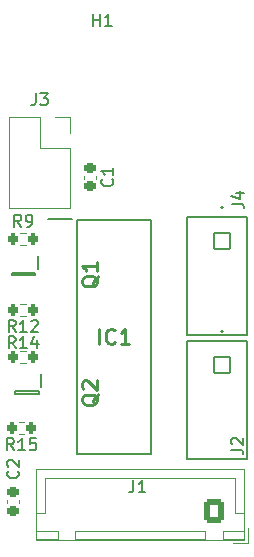
<source format=gto>
%TF.GenerationSoftware,KiCad,Pcbnew,8.0.1*%
%TF.CreationDate,2024-08-07T00:37:21+09:00*%
%TF.ProjectId,insulation_board,696e7375-6c61-4746-996f-6e5f626f6172,rev?*%
%TF.SameCoordinates,Original*%
%TF.FileFunction,Legend,Top*%
%TF.FilePolarity,Positive*%
%FSLAX46Y46*%
G04 Gerber Fmt 4.6, Leading zero omitted, Abs format (unit mm)*
G04 Created by KiCad (PCBNEW 8.0.1) date 2024-08-07 00:37:21*
%MOMM*%
%LPD*%
G01*
G04 APERTURE LIST*
G04 Aperture macros list*
%AMRoundRect*
0 Rectangle with rounded corners*
0 $1 Rounding radius*
0 $2 $3 $4 $5 $6 $7 $8 $9 X,Y pos of 4 corners*
0 Add a 4 corners polygon primitive as box body*
4,1,4,$2,$3,$4,$5,$6,$7,$8,$9,$2,$3,0*
0 Add four circle primitives for the rounded corners*
1,1,$1+$1,$2,$3*
1,1,$1+$1,$4,$5*
1,1,$1+$1,$6,$7*
1,1,$1+$1,$8,$9*
0 Add four rect primitives between the rounded corners*
20,1,$1+$1,$2,$3,$4,$5,0*
20,1,$1+$1,$4,$5,$6,$7,0*
20,1,$1+$1,$6,$7,$8,$9,0*
20,1,$1+$1,$8,$9,$2,$3,0*%
G04 Aperture macros list end*
%ADD10C,0.254000*%
%ADD11C,0.150000*%
%ADD12C,0.200000*%
%ADD13C,0.127000*%
%ADD14C,0.120000*%
%ADD15R,0.450000X1.100000*%
%ADD16C,4.300000*%
%ADD17RoundRect,0.102000X-0.654000X0.654000X-0.654000X-0.654000X0.654000X-0.654000X0.654000X0.654000X0*%
%ADD18C,1.512000*%
%ADD19RoundRect,0.200000X0.200000X0.275000X-0.200000X0.275000X-0.200000X-0.275000X0.200000X-0.275000X0*%
%ADD20RoundRect,0.225000X0.250000X-0.225000X0.250000X0.225000X-0.250000X0.225000X-0.250000X-0.225000X0*%
%ADD21R,2.100000X1.450000*%
%ADD22RoundRect,0.250000X0.600000X0.725000X-0.600000X0.725000X-0.600000X-0.725000X0.600000X-0.725000X0*%
%ADD23O,1.700000X1.950000*%
%ADD24RoundRect,0.225000X-0.250000X0.225000X-0.250000X-0.225000X0.250000X-0.225000X0.250000X0.225000X0*%
%ADD25O,1.700000X1.700000*%
%ADD26R,1.700000X1.700000*%
G04 APERTURE END LIST*
D10*
X171195270Y-67620952D02*
X171134794Y-67741904D01*
X171134794Y-67741904D02*
X171013842Y-67862857D01*
X171013842Y-67862857D02*
X170832413Y-68044285D01*
X170832413Y-68044285D02*
X170771937Y-68165238D01*
X170771937Y-68165238D02*
X170771937Y-68286190D01*
X171074318Y-68225714D02*
X171013842Y-68346666D01*
X171013842Y-68346666D02*
X170892889Y-68467619D01*
X170892889Y-68467619D02*
X170650984Y-68528095D01*
X170650984Y-68528095D02*
X170227651Y-68528095D01*
X170227651Y-68528095D02*
X169985746Y-68467619D01*
X169985746Y-68467619D02*
X169864794Y-68346666D01*
X169864794Y-68346666D02*
X169804318Y-68225714D01*
X169804318Y-68225714D02*
X169804318Y-67983809D01*
X169804318Y-67983809D02*
X169864794Y-67862857D01*
X169864794Y-67862857D02*
X169985746Y-67741904D01*
X169985746Y-67741904D02*
X170227651Y-67681428D01*
X170227651Y-67681428D02*
X170650984Y-67681428D01*
X170650984Y-67681428D02*
X170892889Y-67741904D01*
X170892889Y-67741904D02*
X171013842Y-67862857D01*
X171013842Y-67862857D02*
X171074318Y-67983809D01*
X171074318Y-67983809D02*
X171074318Y-68225714D01*
X169925270Y-67197619D02*
X169864794Y-67137143D01*
X169864794Y-67137143D02*
X169804318Y-67016190D01*
X169804318Y-67016190D02*
X169804318Y-66713809D01*
X169804318Y-66713809D02*
X169864794Y-66592857D01*
X169864794Y-66592857D02*
X169925270Y-66532381D01*
X169925270Y-66532381D02*
X170046222Y-66471904D01*
X170046222Y-66471904D02*
X170167175Y-66471904D01*
X170167175Y-66471904D02*
X170348603Y-66532381D01*
X170348603Y-66532381D02*
X171074318Y-67258095D01*
X171074318Y-67258095D02*
X171074318Y-66471904D01*
D11*
X170738095Y-36454819D02*
X170738095Y-35454819D01*
X170738095Y-35931009D02*
X171309523Y-35931009D01*
X171309523Y-36454819D02*
X171309523Y-35454819D01*
X172309523Y-36454819D02*
X171738095Y-36454819D01*
X172023809Y-36454819D02*
X172023809Y-35454819D01*
X172023809Y-35454819D02*
X171928571Y-35597676D01*
X171928571Y-35597676D02*
X171833333Y-35692914D01*
X171833333Y-35692914D02*
X171738095Y-35740533D01*
X182504819Y-51523333D02*
X183219104Y-51523333D01*
X183219104Y-51523333D02*
X183361961Y-51570952D01*
X183361961Y-51570952D02*
X183457200Y-51666190D01*
X183457200Y-51666190D02*
X183504819Y-51809047D01*
X183504819Y-51809047D02*
X183504819Y-51904285D01*
X182838152Y-50618571D02*
X183504819Y-50618571D01*
X182457200Y-50856666D02*
X183171485Y-51094761D01*
X183171485Y-51094761D02*
X183171485Y-50475714D01*
X164658333Y-53454819D02*
X164325000Y-52978628D01*
X164086905Y-53454819D02*
X164086905Y-52454819D01*
X164086905Y-52454819D02*
X164467857Y-52454819D01*
X164467857Y-52454819D02*
X164563095Y-52502438D01*
X164563095Y-52502438D02*
X164610714Y-52550057D01*
X164610714Y-52550057D02*
X164658333Y-52645295D01*
X164658333Y-52645295D02*
X164658333Y-52788152D01*
X164658333Y-52788152D02*
X164610714Y-52883390D01*
X164610714Y-52883390D02*
X164563095Y-52931009D01*
X164563095Y-52931009D02*
X164467857Y-52978628D01*
X164467857Y-52978628D02*
X164086905Y-52978628D01*
X165134524Y-53454819D02*
X165325000Y-53454819D01*
X165325000Y-53454819D02*
X165420238Y-53407200D01*
X165420238Y-53407200D02*
X165467857Y-53359580D01*
X165467857Y-53359580D02*
X165563095Y-53216723D01*
X165563095Y-53216723D02*
X165610714Y-53026247D01*
X165610714Y-53026247D02*
X165610714Y-52645295D01*
X165610714Y-52645295D02*
X165563095Y-52550057D01*
X165563095Y-52550057D02*
X165515476Y-52502438D01*
X165515476Y-52502438D02*
X165420238Y-52454819D01*
X165420238Y-52454819D02*
X165229762Y-52454819D01*
X165229762Y-52454819D02*
X165134524Y-52502438D01*
X165134524Y-52502438D02*
X165086905Y-52550057D01*
X165086905Y-52550057D02*
X165039286Y-52645295D01*
X165039286Y-52645295D02*
X165039286Y-52883390D01*
X165039286Y-52883390D02*
X165086905Y-52978628D01*
X165086905Y-52978628D02*
X165134524Y-53026247D01*
X165134524Y-53026247D02*
X165229762Y-53073866D01*
X165229762Y-53073866D02*
X165420238Y-53073866D01*
X165420238Y-53073866D02*
X165515476Y-53026247D01*
X165515476Y-53026247D02*
X165563095Y-52978628D01*
X165563095Y-52978628D02*
X165610714Y-52883390D01*
X172359580Y-49441666D02*
X172407200Y-49489285D01*
X172407200Y-49489285D02*
X172454819Y-49632142D01*
X172454819Y-49632142D02*
X172454819Y-49727380D01*
X172454819Y-49727380D02*
X172407200Y-49870237D01*
X172407200Y-49870237D02*
X172311961Y-49965475D01*
X172311961Y-49965475D02*
X172216723Y-50013094D01*
X172216723Y-50013094D02*
X172026247Y-50060713D01*
X172026247Y-50060713D02*
X171883390Y-50060713D01*
X171883390Y-50060713D02*
X171692914Y-50013094D01*
X171692914Y-50013094D02*
X171597676Y-49965475D01*
X171597676Y-49965475D02*
X171502438Y-49870237D01*
X171502438Y-49870237D02*
X171454819Y-49727380D01*
X171454819Y-49727380D02*
X171454819Y-49632142D01*
X171454819Y-49632142D02*
X171502438Y-49489285D01*
X171502438Y-49489285D02*
X171550057Y-49441666D01*
X172454819Y-48489285D02*
X172454819Y-49060713D01*
X172454819Y-48774999D02*
X171454819Y-48774999D01*
X171454819Y-48774999D02*
X171597676Y-48870237D01*
X171597676Y-48870237D02*
X171692914Y-48965475D01*
X171692914Y-48965475D02*
X171740533Y-49060713D01*
D10*
X171195270Y-57620952D02*
X171134794Y-57741904D01*
X171134794Y-57741904D02*
X171013842Y-57862857D01*
X171013842Y-57862857D02*
X170832413Y-58044285D01*
X170832413Y-58044285D02*
X170771937Y-58165238D01*
X170771937Y-58165238D02*
X170771937Y-58286190D01*
X171074318Y-58225714D02*
X171013842Y-58346666D01*
X171013842Y-58346666D02*
X170892889Y-58467619D01*
X170892889Y-58467619D02*
X170650984Y-58528095D01*
X170650984Y-58528095D02*
X170227651Y-58528095D01*
X170227651Y-58528095D02*
X169985746Y-58467619D01*
X169985746Y-58467619D02*
X169864794Y-58346666D01*
X169864794Y-58346666D02*
X169804318Y-58225714D01*
X169804318Y-58225714D02*
X169804318Y-57983809D01*
X169804318Y-57983809D02*
X169864794Y-57862857D01*
X169864794Y-57862857D02*
X169985746Y-57741904D01*
X169985746Y-57741904D02*
X170227651Y-57681428D01*
X170227651Y-57681428D02*
X170650984Y-57681428D01*
X170650984Y-57681428D02*
X170892889Y-57741904D01*
X170892889Y-57741904D02*
X171013842Y-57862857D01*
X171013842Y-57862857D02*
X171074318Y-57983809D01*
X171074318Y-57983809D02*
X171074318Y-58225714D01*
X171074318Y-56471904D02*
X171074318Y-57197619D01*
X171074318Y-56834762D02*
X169804318Y-56834762D01*
X169804318Y-56834762D02*
X169985746Y-56955714D01*
X169985746Y-56955714D02*
X170106699Y-57076666D01*
X170106699Y-57076666D02*
X170167175Y-57197619D01*
X171260237Y-63384318D02*
X171260237Y-62114318D01*
X172590714Y-63263365D02*
X172530238Y-63323842D01*
X172530238Y-63323842D02*
X172348809Y-63384318D01*
X172348809Y-63384318D02*
X172227857Y-63384318D01*
X172227857Y-63384318D02*
X172046428Y-63323842D01*
X172046428Y-63323842D02*
X171925476Y-63202889D01*
X171925476Y-63202889D02*
X171864999Y-63081937D01*
X171864999Y-63081937D02*
X171804523Y-62840032D01*
X171804523Y-62840032D02*
X171804523Y-62658603D01*
X171804523Y-62658603D02*
X171864999Y-62416699D01*
X171864999Y-62416699D02*
X171925476Y-62295746D01*
X171925476Y-62295746D02*
X172046428Y-62174794D01*
X172046428Y-62174794D02*
X172227857Y-62114318D01*
X172227857Y-62114318D02*
X172348809Y-62114318D01*
X172348809Y-62114318D02*
X172530238Y-62174794D01*
X172530238Y-62174794D02*
X172590714Y-62235270D01*
X173800238Y-63384318D02*
X173074523Y-63384318D01*
X173437380Y-63384318D02*
X173437380Y-62114318D01*
X173437380Y-62114318D02*
X173316428Y-62295746D01*
X173316428Y-62295746D02*
X173195476Y-62416699D01*
X173195476Y-62416699D02*
X173074523Y-62477175D01*
D11*
X164032142Y-72384819D02*
X163698809Y-71908628D01*
X163460714Y-72384819D02*
X163460714Y-71384819D01*
X163460714Y-71384819D02*
X163841666Y-71384819D01*
X163841666Y-71384819D02*
X163936904Y-71432438D01*
X163936904Y-71432438D02*
X163984523Y-71480057D01*
X163984523Y-71480057D02*
X164032142Y-71575295D01*
X164032142Y-71575295D02*
X164032142Y-71718152D01*
X164032142Y-71718152D02*
X163984523Y-71813390D01*
X163984523Y-71813390D02*
X163936904Y-71861009D01*
X163936904Y-71861009D02*
X163841666Y-71908628D01*
X163841666Y-71908628D02*
X163460714Y-71908628D01*
X164984523Y-72384819D02*
X164413095Y-72384819D01*
X164698809Y-72384819D02*
X164698809Y-71384819D01*
X164698809Y-71384819D02*
X164603571Y-71527676D01*
X164603571Y-71527676D02*
X164508333Y-71622914D01*
X164508333Y-71622914D02*
X164413095Y-71670533D01*
X165889285Y-71384819D02*
X165413095Y-71384819D01*
X165413095Y-71384819D02*
X165365476Y-71861009D01*
X165365476Y-71861009D02*
X165413095Y-71813390D01*
X165413095Y-71813390D02*
X165508333Y-71765771D01*
X165508333Y-71765771D02*
X165746428Y-71765771D01*
X165746428Y-71765771D02*
X165841666Y-71813390D01*
X165841666Y-71813390D02*
X165889285Y-71861009D01*
X165889285Y-71861009D02*
X165936904Y-71956247D01*
X165936904Y-71956247D02*
X165936904Y-72194342D01*
X165936904Y-72194342D02*
X165889285Y-72289580D01*
X165889285Y-72289580D02*
X165841666Y-72337200D01*
X165841666Y-72337200D02*
X165746428Y-72384819D01*
X165746428Y-72384819D02*
X165508333Y-72384819D01*
X165508333Y-72384819D02*
X165413095Y-72337200D01*
X165413095Y-72337200D02*
X165365476Y-72289580D01*
X174166666Y-74954819D02*
X174166666Y-75669104D01*
X174166666Y-75669104D02*
X174119047Y-75811961D01*
X174119047Y-75811961D02*
X174023809Y-75907200D01*
X174023809Y-75907200D02*
X173880952Y-75954819D01*
X173880952Y-75954819D02*
X173785714Y-75954819D01*
X175166666Y-75954819D02*
X174595238Y-75954819D01*
X174880952Y-75954819D02*
X174880952Y-74954819D01*
X174880952Y-74954819D02*
X174785714Y-75097676D01*
X174785714Y-75097676D02*
X174690476Y-75192914D01*
X174690476Y-75192914D02*
X174595238Y-75240533D01*
X164359580Y-74166666D02*
X164407200Y-74214285D01*
X164407200Y-74214285D02*
X164454819Y-74357142D01*
X164454819Y-74357142D02*
X164454819Y-74452380D01*
X164454819Y-74452380D02*
X164407200Y-74595237D01*
X164407200Y-74595237D02*
X164311961Y-74690475D01*
X164311961Y-74690475D02*
X164216723Y-74738094D01*
X164216723Y-74738094D02*
X164026247Y-74785713D01*
X164026247Y-74785713D02*
X163883390Y-74785713D01*
X163883390Y-74785713D02*
X163692914Y-74738094D01*
X163692914Y-74738094D02*
X163597676Y-74690475D01*
X163597676Y-74690475D02*
X163502438Y-74595237D01*
X163502438Y-74595237D02*
X163454819Y-74452380D01*
X163454819Y-74452380D02*
X163454819Y-74357142D01*
X163454819Y-74357142D02*
X163502438Y-74214285D01*
X163502438Y-74214285D02*
X163550057Y-74166666D01*
X163550057Y-73785713D02*
X163502438Y-73738094D01*
X163502438Y-73738094D02*
X163454819Y-73642856D01*
X163454819Y-73642856D02*
X163454819Y-73404761D01*
X163454819Y-73404761D02*
X163502438Y-73309523D01*
X163502438Y-73309523D02*
X163550057Y-73261904D01*
X163550057Y-73261904D02*
X163645295Y-73214285D01*
X163645295Y-73214285D02*
X163740533Y-73214285D01*
X163740533Y-73214285D02*
X163883390Y-73261904D01*
X163883390Y-73261904D02*
X164454819Y-73833332D01*
X164454819Y-73833332D02*
X164454819Y-73214285D01*
X164182142Y-63754819D02*
X163848809Y-63278628D01*
X163610714Y-63754819D02*
X163610714Y-62754819D01*
X163610714Y-62754819D02*
X163991666Y-62754819D01*
X163991666Y-62754819D02*
X164086904Y-62802438D01*
X164086904Y-62802438D02*
X164134523Y-62850057D01*
X164134523Y-62850057D02*
X164182142Y-62945295D01*
X164182142Y-62945295D02*
X164182142Y-63088152D01*
X164182142Y-63088152D02*
X164134523Y-63183390D01*
X164134523Y-63183390D02*
X164086904Y-63231009D01*
X164086904Y-63231009D02*
X163991666Y-63278628D01*
X163991666Y-63278628D02*
X163610714Y-63278628D01*
X165134523Y-63754819D02*
X164563095Y-63754819D01*
X164848809Y-63754819D02*
X164848809Y-62754819D01*
X164848809Y-62754819D02*
X164753571Y-62897676D01*
X164753571Y-62897676D02*
X164658333Y-62992914D01*
X164658333Y-62992914D02*
X164563095Y-63040533D01*
X165991666Y-63088152D02*
X165991666Y-63754819D01*
X165753571Y-62707200D02*
X165515476Y-63421485D01*
X165515476Y-63421485D02*
X166134523Y-63421485D01*
X164182142Y-62384819D02*
X163848809Y-61908628D01*
X163610714Y-62384819D02*
X163610714Y-61384819D01*
X163610714Y-61384819D02*
X163991666Y-61384819D01*
X163991666Y-61384819D02*
X164086904Y-61432438D01*
X164086904Y-61432438D02*
X164134523Y-61480057D01*
X164134523Y-61480057D02*
X164182142Y-61575295D01*
X164182142Y-61575295D02*
X164182142Y-61718152D01*
X164182142Y-61718152D02*
X164134523Y-61813390D01*
X164134523Y-61813390D02*
X164086904Y-61861009D01*
X164086904Y-61861009D02*
X163991666Y-61908628D01*
X163991666Y-61908628D02*
X163610714Y-61908628D01*
X165134523Y-62384819D02*
X164563095Y-62384819D01*
X164848809Y-62384819D02*
X164848809Y-61384819D01*
X164848809Y-61384819D02*
X164753571Y-61527676D01*
X164753571Y-61527676D02*
X164658333Y-61622914D01*
X164658333Y-61622914D02*
X164563095Y-61670533D01*
X165515476Y-61480057D02*
X165563095Y-61432438D01*
X165563095Y-61432438D02*
X165658333Y-61384819D01*
X165658333Y-61384819D02*
X165896428Y-61384819D01*
X165896428Y-61384819D02*
X165991666Y-61432438D01*
X165991666Y-61432438D02*
X166039285Y-61480057D01*
X166039285Y-61480057D02*
X166086904Y-61575295D01*
X166086904Y-61575295D02*
X166086904Y-61670533D01*
X166086904Y-61670533D02*
X166039285Y-61813390D01*
X166039285Y-61813390D02*
X165467857Y-62384819D01*
X165467857Y-62384819D02*
X166086904Y-62384819D01*
X182454819Y-72333333D02*
X183169104Y-72333333D01*
X183169104Y-72333333D02*
X183311961Y-72380952D01*
X183311961Y-72380952D02*
X183407200Y-72476190D01*
X183407200Y-72476190D02*
X183454819Y-72619047D01*
X183454819Y-72619047D02*
X183454819Y-72714285D01*
X182550057Y-71904761D02*
X182502438Y-71857142D01*
X182502438Y-71857142D02*
X182454819Y-71761904D01*
X182454819Y-71761904D02*
X182454819Y-71523809D01*
X182454819Y-71523809D02*
X182502438Y-71428571D01*
X182502438Y-71428571D02*
X182550057Y-71380952D01*
X182550057Y-71380952D02*
X182645295Y-71333333D01*
X182645295Y-71333333D02*
X182740533Y-71333333D01*
X182740533Y-71333333D02*
X182883390Y-71380952D01*
X182883390Y-71380952D02*
X183454819Y-71952380D01*
X183454819Y-71952380D02*
X183454819Y-71333333D01*
X165896666Y-42184819D02*
X165896666Y-42899104D01*
X165896666Y-42899104D02*
X165849047Y-43041961D01*
X165849047Y-43041961D02*
X165753809Y-43137200D01*
X165753809Y-43137200D02*
X165610952Y-43184819D01*
X165610952Y-43184819D02*
X165515714Y-43184819D01*
X166277619Y-42184819D02*
X166896666Y-42184819D01*
X166896666Y-42184819D02*
X166563333Y-42565771D01*
X166563333Y-42565771D02*
X166706190Y-42565771D01*
X166706190Y-42565771D02*
X166801428Y-42613390D01*
X166801428Y-42613390D02*
X166849047Y-42661009D01*
X166849047Y-42661009D02*
X166896666Y-42756247D01*
X166896666Y-42756247D02*
X166896666Y-42994342D01*
X166896666Y-42994342D02*
X166849047Y-43089580D01*
X166849047Y-43089580D02*
X166801428Y-43137200D01*
X166801428Y-43137200D02*
X166706190Y-43184819D01*
X166706190Y-43184819D02*
X166420476Y-43184819D01*
X166420476Y-43184819D02*
X166325238Y-43137200D01*
X166325238Y-43137200D02*
X166277619Y-43089580D01*
D12*
%TO.C,Q2*%
X164150000Y-67400000D02*
X166150000Y-67400000D01*
X164150000Y-67600000D02*
X164150000Y-67400000D01*
X166150000Y-67400000D02*
X166150000Y-67600000D01*
X166150000Y-67600000D02*
X164150000Y-67600000D01*
X166375000Y-65950000D02*
X166375000Y-67050000D01*
D13*
%TO.C,J4*%
X178700000Y-52650000D02*
X183800000Y-52650000D01*
X178700000Y-62650000D02*
X178700000Y-52650000D01*
X183800000Y-52650000D02*
X183800000Y-62650000D01*
X183800000Y-62650000D02*
X178700000Y-62650000D01*
D12*
X181750000Y-51850000D02*
G75*
G02*
X181550000Y-51850000I-100000J0D01*
G01*
X181550000Y-51850000D02*
G75*
G02*
X181750000Y-51850000I100000J0D01*
G01*
D14*
%TO.C,R9*%
X165062258Y-53977500D02*
X164587742Y-53977500D01*
X165062258Y-55022500D02*
X164587742Y-55022500D01*
%TO.C,C1*%
X169990000Y-49415580D02*
X169990000Y-49134420D01*
X171010000Y-49415580D02*
X171010000Y-49134420D01*
D12*
%TO.C,Q1*%
X163850000Y-57400000D02*
X165850000Y-57400000D01*
X163850000Y-57600000D02*
X163850000Y-57400000D01*
X165850000Y-57400000D02*
X165850000Y-57600000D01*
X165850000Y-57600000D02*
X163850000Y-57600000D01*
X166075000Y-55950000D02*
X166075000Y-57050000D01*
%TO.C,IC1*%
X166900000Y-52845000D02*
X169000000Y-52845000D01*
X169350000Y-52890000D02*
X175650000Y-52890000D01*
X169350000Y-72730000D02*
X169350000Y-52890000D01*
X175650000Y-52890000D02*
X175650000Y-72730000D01*
X175650000Y-72730000D02*
X169350000Y-72730000D01*
D14*
%TO.C,R15*%
X164912258Y-69977500D02*
X164437742Y-69977500D01*
X164912258Y-71022500D02*
X164437742Y-71022500D01*
%TO.C,J1*%
X165940000Y-73990000D02*
X165940000Y-79960000D01*
X165940000Y-79960000D02*
X183560000Y-79960000D01*
X165950000Y-77700000D02*
X166700000Y-77700000D01*
X165950000Y-79200000D02*
X165950000Y-79950000D01*
X165950000Y-79950000D02*
X167750000Y-79950000D01*
X166700000Y-74750000D02*
X174750000Y-74750000D01*
X166700000Y-77700000D02*
X166700000Y-74750000D01*
X167750000Y-79200000D02*
X165950000Y-79200000D01*
X167750000Y-79950000D02*
X167750000Y-79200000D01*
X169250000Y-79200000D02*
X169250000Y-79950000D01*
X169250000Y-79950000D02*
X180250000Y-79950000D01*
X180250000Y-79200000D02*
X169250000Y-79200000D01*
X180250000Y-79950000D02*
X180250000Y-79200000D01*
X181750000Y-79200000D02*
X181750000Y-79950000D01*
X181750000Y-79950000D02*
X183550000Y-79950000D01*
X182600000Y-80250000D02*
X183850000Y-80250000D01*
X182800000Y-74750000D02*
X174750000Y-74750000D01*
X182800000Y-77700000D02*
X182800000Y-74750000D01*
X183550000Y-77700000D02*
X182800000Y-77700000D01*
X183550000Y-79200000D02*
X181750000Y-79200000D01*
X183550000Y-79950000D02*
X183550000Y-79200000D01*
X183560000Y-73990000D02*
X165940000Y-73990000D01*
X183560000Y-79960000D02*
X183560000Y-73990000D01*
X183850000Y-80250000D02*
X183850000Y-79000000D01*
%TO.C,C2*%
X163490000Y-76584420D02*
X163490000Y-76865580D01*
X164510000Y-76584420D02*
X164510000Y-76865580D01*
%TO.C,R14*%
X165062258Y-63977500D02*
X164587742Y-63977500D01*
X165062258Y-65022500D02*
X164587742Y-65022500D01*
%TO.C,R12*%
X165062258Y-59977500D02*
X164587742Y-59977500D01*
X165062258Y-61022500D02*
X164587742Y-61022500D01*
D13*
%TO.C,J2*%
X178700000Y-63150000D02*
X183800000Y-63150000D01*
X178700000Y-73150000D02*
X178700000Y-63150000D01*
X183800000Y-63150000D02*
X183800000Y-73150000D01*
X183800000Y-73150000D02*
X178700000Y-73150000D01*
D12*
X181750000Y-62350000D02*
G75*
G02*
X181550000Y-62350000I-100000J0D01*
G01*
X181550000Y-62350000D02*
G75*
G02*
X181750000Y-62350000I100000J0D01*
G01*
D14*
%TO.C,J3*%
X168830000Y-46770000D02*
X168830000Y-51910000D01*
X168830000Y-44170000D02*
X168830000Y-45500000D01*
X167500000Y-44170000D02*
X168830000Y-44170000D01*
X166230000Y-46770000D02*
X168830000Y-46770000D01*
X166230000Y-44170000D02*
X166230000Y-46770000D01*
X163630000Y-51910000D02*
X168830000Y-51910000D01*
X163630000Y-44170000D02*
X166230000Y-44170000D01*
X163630000Y-44170000D02*
X163630000Y-51910000D01*
%TD*%
%LPC*%
D15*
%TO.C,Q2*%
X165800000Y-66500000D03*
X165150000Y-66500000D03*
X164500000Y-66500000D03*
X164500000Y-68500000D03*
X165150000Y-68500000D03*
X165800000Y-68500000D03*
%TD*%
D16*
%TO.C,H1*%
X178250000Y-36000000D03*
%TD*%
D17*
%TO.C,J4*%
X181650000Y-54650000D03*
D18*
X181650000Y-56650000D03*
X181650000Y-58650000D03*
X181650000Y-60650000D03*
%TD*%
D19*
%TO.C,R9*%
X165650000Y-54500000D03*
X164000000Y-54500000D03*
%TD*%
D20*
%TO.C,C1*%
X170500000Y-50050000D03*
X170500000Y-48500000D03*
%TD*%
D15*
%TO.C,Q1*%
X165500000Y-56500000D03*
X164850000Y-56500000D03*
X164200000Y-56500000D03*
X164200000Y-58500000D03*
X164850000Y-58500000D03*
X165500000Y-58500000D03*
%TD*%
D21*
%TO.C,IC1*%
X167950000Y-53920000D03*
X167950000Y-56460000D03*
X167950000Y-59000000D03*
X167950000Y-61540000D03*
X167950000Y-64080000D03*
X167950000Y-66620000D03*
X167950000Y-69160000D03*
X167950000Y-71700000D03*
X177050000Y-71700000D03*
X177050000Y-69160000D03*
X177050000Y-66620000D03*
X177050000Y-64080000D03*
X177050000Y-61540000D03*
X177050000Y-59000000D03*
X177050000Y-56460000D03*
X177050000Y-53920000D03*
%TD*%
D19*
%TO.C,R15*%
X165500000Y-70500000D03*
X163850000Y-70500000D03*
%TD*%
D22*
%TO.C,J1*%
X181000000Y-77500000D03*
D23*
X178500000Y-77500000D03*
X176000000Y-77500000D03*
X173500000Y-77500000D03*
X171000000Y-77500000D03*
X168500000Y-77500000D03*
%TD*%
D24*
%TO.C,C2*%
X164000000Y-75950000D03*
X164000000Y-77500000D03*
%TD*%
D19*
%TO.C,R14*%
X165650000Y-64500000D03*
X164000000Y-64500000D03*
%TD*%
%TO.C,R12*%
X165650000Y-60500000D03*
X164000000Y-60500000D03*
%TD*%
D17*
%TO.C,J2*%
X181650000Y-65150000D03*
D18*
X181650000Y-67150000D03*
X181650000Y-69150000D03*
X181650000Y-71150000D03*
%TD*%
D25*
%TO.C,J3*%
X164960000Y-50580000D03*
X167500000Y-50580000D03*
X164960000Y-48040000D03*
X167500000Y-48040000D03*
X164960000Y-45500000D03*
D26*
X167500000Y-45500000D03*
%TD*%
%LPD*%
M02*

</source>
